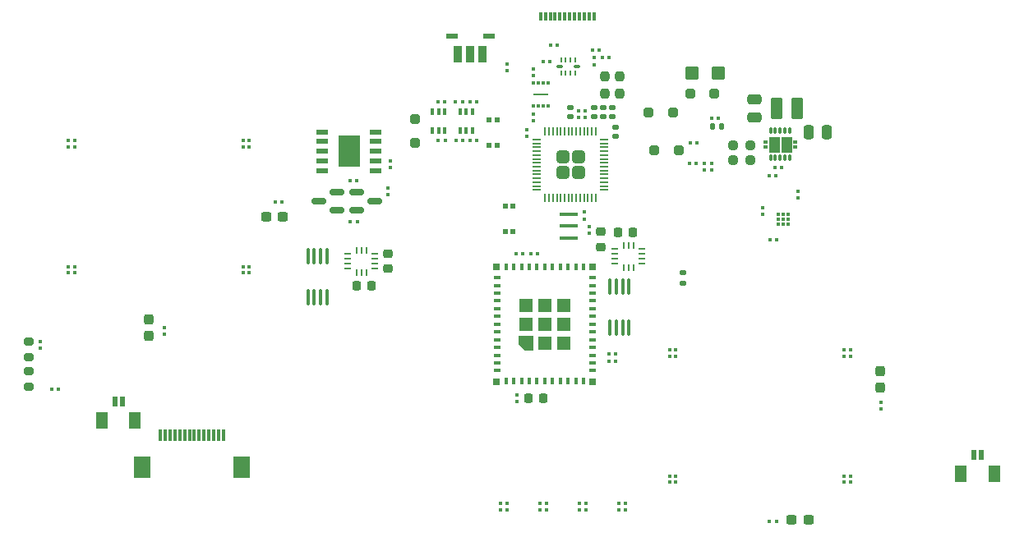
<source format=gbr>
G04 #@! TF.GenerationSoftware,KiCad,Pcbnew,8.0.2*
G04 #@! TF.CreationDate,2024-07-05T18:36:08-07:00*
G04 #@! TF.ProjectId,procon_gcc_main_pcb,70726f63-6f6e-45f6-9763-635f6d61696e,1*
G04 #@! TF.SameCoordinates,Original*
G04 #@! TF.FileFunction,Paste,Top*
G04 #@! TF.FilePolarity,Positive*
%FSLAX46Y46*%
G04 Gerber Fmt 4.6, Leading zero omitted, Abs format (unit mm)*
G04 Created by KiCad (PCBNEW 8.0.2) date 2024-07-05 18:36:08*
%MOMM*%
%LPD*%
G01*
G04 APERTURE LIST*
G04 Aperture macros list*
%AMRoundRect*
0 Rectangle with rounded corners*
0 $1 Rounding radius*
0 $2 $3 $4 $5 $6 $7 $8 $9 X,Y pos of 4 corners*
0 Add a 4 corners polygon primitive as box body*
4,1,4,$2,$3,$4,$5,$6,$7,$8,$9,$2,$3,0*
0 Add four circle primitives for the rounded corners*
1,1,$1+$1,$2,$3*
1,1,$1+$1,$4,$5*
1,1,$1+$1,$6,$7*
1,1,$1+$1,$8,$9*
0 Add four rect primitives between the rounded corners*
20,1,$1+$1,$2,$3,$4,$5,0*
20,1,$1+$1,$4,$5,$6,$7,0*
20,1,$1+$1,$6,$7,$8,$9,0*
20,1,$1+$1,$8,$9,$2,$3,0*%
G04 Aperture macros list end*
%ADD10C,0.010000*%
%ADD11RoundRect,0.079500X-0.079500X-0.100500X0.079500X-0.100500X0.079500X0.100500X-0.079500X0.100500X0*%
%ADD12RoundRect,0.250000X-0.250000X-0.475000X0.250000X-0.475000X0.250000X0.475000X-0.250000X0.475000X0*%
%ADD13R,0.950000X1.700000*%
%ADD14R,0.900000X1.700000*%
%ADD15R,1.200000X0.600000*%
%ADD16RoundRect,0.079500X-0.100500X0.079500X-0.100500X-0.079500X0.100500X-0.079500X0.100500X0.079500X0*%
%ADD17R,0.370000X0.370000*%
%ADD18RoundRect,0.225000X-0.250000X0.225000X-0.250000X-0.225000X0.250000X-0.225000X0.250000X0.225000X0*%
%ADD19RoundRect,0.237500X-0.250000X-0.237500X0.250000X-0.237500X0.250000X0.237500X-0.250000X0.237500X0*%
%ADD20RoundRect,0.140000X0.140000X0.170000X-0.140000X0.170000X-0.140000X-0.170000X0.140000X-0.170000X0*%
%ADD21RoundRect,0.079500X0.100500X-0.079500X0.100500X0.079500X-0.100500X0.079500X-0.100500X-0.079500X0*%
%ADD22RoundRect,0.237500X-0.237500X0.250000X-0.237500X-0.250000X0.237500X-0.250000X0.237500X0.250000X0*%
%ADD23RoundRect,0.100000X0.100000X-0.712500X0.100000X0.712500X-0.100000X0.712500X-0.100000X-0.712500X0*%
%ADD24RoundRect,0.237500X-0.237500X0.300000X-0.237500X-0.300000X0.237500X-0.300000X0.237500X0.300000X0*%
%ADD25R,0.400000X0.650000*%
%ADD26RoundRect,0.135000X0.185000X-0.135000X0.185000X0.135000X-0.185000X0.135000X-0.185000X-0.135000X0*%
%ADD27RoundRect,0.237500X0.300000X0.237500X-0.300000X0.237500X-0.300000X-0.237500X0.300000X-0.237500X0*%
%ADD28RoundRect,0.250000X0.250000X0.250000X-0.250000X0.250000X-0.250000X-0.250000X0.250000X-0.250000X0*%
%ADD29RoundRect,0.079500X0.079500X0.100500X-0.079500X0.100500X-0.079500X-0.100500X0.079500X-0.100500X0*%
%ADD30RoundRect,0.249999X-0.395001X-0.395001X0.395001X-0.395001X0.395001X0.395001X-0.395001X0.395001X0*%
%ADD31RoundRect,0.050000X-0.387500X-0.050000X0.387500X-0.050000X0.387500X0.050000X-0.387500X0.050000X0*%
%ADD32RoundRect,0.050000X-0.050000X-0.387500X0.050000X-0.387500X0.050000X0.387500X-0.050000X0.387500X0*%
%ADD33R,0.400000X0.800000*%
%ADD34R,0.800000X0.400000*%
%ADD35R,1.450000X1.450000*%
%ADD36R,0.700000X0.700000*%
%ADD37RoundRect,0.140000X0.170000X-0.140000X0.170000X0.140000X-0.170000X0.140000X-0.170000X-0.140000X0*%
%ADD38RoundRect,0.250000X-0.250000X-0.250000X0.250000X-0.250000X0.250000X0.250000X-0.250000X0.250000X0*%
%ADD39RoundRect,0.007200X-0.112800X0.292800X-0.112800X-0.292800X0.112800X-0.292800X0.112800X0.292800X0*%
%ADD40RoundRect,0.225000X0.225000X0.250000X-0.225000X0.250000X-0.225000X-0.250000X0.225000X-0.250000X0*%
%ADD41R,0.500000X1.000000*%
%ADD42R,1.200000X1.700000*%
%ADD43R,0.300000X0.400000*%
%ADD44R,1.600000X0.200000*%
%ADD45RoundRect,0.237500X-0.300000X-0.237500X0.300000X-0.237500X0.300000X0.237500X-0.300000X0.237500X0*%
%ADD46RoundRect,0.250000X-0.450000X-0.425000X0.450000X-0.425000X0.450000X0.425000X-0.450000X0.425000X0*%
%ADD47RoundRect,0.150000X-0.587500X-0.150000X0.587500X-0.150000X0.587500X0.150000X-0.587500X0.150000X0*%
%ADD48R,1.900000X0.400000*%
%ADD49RoundRect,0.225000X-0.225000X-0.250000X0.225000X-0.250000X0.225000X0.250000X-0.225000X0.250000X0*%
%ADD50R,1.300000X0.600000*%
%ADD51R,2.300000X3.200000*%
%ADD52RoundRect,0.150000X0.587500X0.150000X-0.587500X0.150000X-0.587500X-0.150000X0.587500X-0.150000X0*%
%ADD53R,0.500000X0.550000*%
%ADD54RoundRect,0.140000X-0.170000X0.140000X-0.170000X-0.140000X0.170000X-0.140000X0.170000X0.140000X0*%
%ADD55R,0.300000X1.300000*%
%ADD56R,1.800000X2.200000*%
%ADD57RoundRect,0.200000X-0.275000X0.200000X-0.275000X-0.200000X0.275000X-0.200000X0.275000X0.200000X0*%
%ADD58R,0.300000X0.900000*%
%ADD59RoundRect,0.050000X0.075000X-0.225000X0.075000X0.225000X-0.075000X0.225000X-0.075000X-0.225000X0*%
%ADD60RoundRect,0.050000X0.050000X-0.225000X0.050000X0.225000X-0.050000X0.225000X-0.050000X-0.225000X0*%
%ADD61RoundRect,0.050000X0.250000X-0.100000X0.250000X0.100000X-0.250000X0.100000X-0.250000X-0.100000X0*%
%ADD62R,0.300000X0.300000*%
%ADD63C,0.165000*%
%ADD64R,0.745000X0.280000*%
%ADD65R,0.280000X0.745000*%
%ADD66RoundRect,0.250000X-0.375000X-0.850000X0.375000X-0.850000X0.375000X0.850000X-0.375000X0.850000X0*%
%ADD67RoundRect,0.250000X-0.250000X0.250000X-0.250000X-0.250000X0.250000X-0.250000X0.250000X0.250000X0*%
%ADD68RoundRect,0.200000X0.275000X-0.200000X0.275000X0.200000X-0.275000X0.200000X-0.275000X-0.200000X0*%
%ADD69RoundRect,0.250000X-0.475000X0.250000X-0.475000X-0.250000X0.475000X-0.250000X0.475000X0.250000X0*%
G04 APERTURE END LIST*
D10*
X134919200Y-133223800D02*
X134069200Y-133223800D01*
X133469200Y-132623800D01*
X133469200Y-131773800D01*
X134919200Y-131773800D01*
X134919200Y-133223800D01*
G36*
X134919200Y-133223800D02*
G01*
X134069200Y-133223800D01*
X133469200Y-132623800D01*
X133469200Y-131773800D01*
X134919200Y-131773800D01*
X134919200Y-133223800D01*
G37*
X159040000Y-111875000D02*
X158700000Y-111875000D01*
X158700000Y-111625000D01*
X159040000Y-111625000D01*
X159040000Y-111875000D01*
G36*
X159040000Y-111875000D02*
G01*
X158700000Y-111875000D01*
X158700000Y-111625000D01*
X159040000Y-111625000D01*
X159040000Y-111875000D01*
G37*
X159040000Y-112375000D02*
X158700000Y-112375000D01*
X158700000Y-112125000D01*
X159040000Y-112125000D01*
X159040000Y-112375000D01*
G36*
X159040000Y-112375000D02*
G01*
X158700000Y-112375000D01*
X158700000Y-112125000D01*
X159040000Y-112125000D01*
X159040000Y-112375000D01*
G37*
X160300000Y-112750000D02*
X159240000Y-112750000D01*
X159240000Y-111250000D01*
X160300000Y-111250000D01*
X160300000Y-112750000D01*
G36*
X160300000Y-112750000D02*
G01*
X159240000Y-112750000D01*
X159240000Y-111250000D01*
X160300000Y-111250000D01*
X160300000Y-112750000D01*
G37*
X161560000Y-112750000D02*
X160500000Y-112750000D01*
X160500000Y-111250000D01*
X161560000Y-111250000D01*
X161560000Y-112750000D01*
G36*
X161560000Y-112750000D02*
G01*
X160500000Y-112750000D01*
X160500000Y-111250000D01*
X161560000Y-111250000D01*
X161560000Y-112750000D01*
G37*
X162100000Y-111875000D02*
X161760000Y-111875000D01*
X161760000Y-111625000D01*
X162100000Y-111625000D01*
X162100000Y-111875000D01*
G36*
X162100000Y-111875000D02*
G01*
X161760000Y-111875000D01*
X161760000Y-111625000D01*
X162100000Y-111625000D01*
X162100000Y-111875000D01*
G37*
X162100000Y-112375000D02*
X161760000Y-112375000D01*
X161760000Y-112125000D01*
X162100000Y-112125000D01*
X162100000Y-112375000D01*
G36*
X162100000Y-112375000D02*
G01*
X161760000Y-112375000D01*
X161760000Y-112125000D01*
X162100000Y-112125000D01*
X162100000Y-112375000D01*
G37*
D11*
X85335000Y-137280000D03*
X86025000Y-137280000D03*
D12*
X163320000Y-110770000D03*
X165220000Y-110770000D03*
D13*
X127208519Y-102740000D03*
D14*
X128483519Y-102740000D03*
D13*
X129758519Y-102740000D03*
D15*
X126583519Y-100840000D03*
X130383519Y-100840000D03*
D16*
X139611100Y-108518094D03*
X139611100Y-109208094D03*
D17*
X166985200Y-133857000D03*
X167655200Y-133857000D03*
X167655200Y-133187000D03*
X166985200Y-133187000D03*
D18*
X120018689Y-123258755D03*
X120018689Y-124808755D03*
D19*
X155527500Y-113670000D03*
X157352500Y-113670000D03*
D20*
X154356400Y-110163000D03*
X153396400Y-110163000D03*
D21*
X170739623Y-139313477D03*
X170739623Y-138623477D03*
D22*
X142350000Y-104987500D03*
X142350000Y-106812500D03*
D23*
X111750200Y-127791700D03*
X112400200Y-127791700D03*
X113050200Y-127791700D03*
X113700200Y-127791700D03*
X113700200Y-123566700D03*
X113050200Y-123566700D03*
X112400200Y-123566700D03*
X111750200Y-123566700D03*
D24*
X95317457Y-130017891D03*
X95317457Y-131742891D03*
D25*
X124546600Y-110556100D03*
X125196600Y-110556100D03*
X125846600Y-110556100D03*
X125846600Y-108656100D03*
X125196600Y-108656100D03*
X124546600Y-108656100D03*
D26*
X150418800Y-126290800D03*
X150418800Y-125270800D03*
D11*
X142782000Y-133583600D03*
X143472000Y-133583600D03*
D27*
X163312504Y-150698757D03*
X161587504Y-150698757D03*
D17*
X87042000Y-112267600D03*
X87712000Y-112267600D03*
X87712000Y-111597600D03*
X87042000Y-111597600D03*
D28*
X149352626Y-108746930D03*
X146852626Y-108746930D03*
D29*
X127685800Y-111612700D03*
X126995800Y-111612700D03*
D21*
X134950900Y-104909294D03*
X134950900Y-104219294D03*
X152550000Y-114655000D03*
X152550000Y-113965000D03*
D30*
X137985700Y-113308094D03*
X137985700Y-114908094D03*
X139585700Y-113308094D03*
X139585700Y-114908094D03*
D31*
X135348200Y-111508094D03*
X135348200Y-111908094D03*
X135348200Y-112308094D03*
X135348200Y-112708094D03*
X135348200Y-113108094D03*
X135348200Y-113508094D03*
X135348200Y-113908094D03*
X135348200Y-114308094D03*
X135348200Y-114708094D03*
X135348200Y-115108094D03*
X135348200Y-115508094D03*
X135348200Y-115908094D03*
X135348200Y-116308094D03*
X135348200Y-116708094D03*
D32*
X136185700Y-117545594D03*
X136585700Y-117545594D03*
X136985700Y-117545594D03*
X137385700Y-117545594D03*
X137785700Y-117545594D03*
X138185700Y-117545594D03*
X138585700Y-117545594D03*
X138985700Y-117545594D03*
X139385700Y-117545594D03*
X139785700Y-117545594D03*
X140185700Y-117545594D03*
X140585700Y-117545594D03*
X140985700Y-117545594D03*
X141385700Y-117545594D03*
D31*
X142223200Y-116708094D03*
X142223200Y-116308094D03*
X142223200Y-115908094D03*
X142223200Y-115508094D03*
X142223200Y-115108094D03*
X142223200Y-114708094D03*
X142223200Y-114308094D03*
X142223200Y-113908094D03*
X142223200Y-113508094D03*
X142223200Y-113108094D03*
X142223200Y-112708094D03*
X142223200Y-112308094D03*
X142223200Y-111908094D03*
X142223200Y-111508094D03*
D32*
X141385700Y-110670594D03*
X140985700Y-110670594D03*
X140585700Y-110670594D03*
X140185700Y-110670594D03*
X139785700Y-110670594D03*
X139385700Y-110670594D03*
X138985700Y-110670594D03*
X138585700Y-110670594D03*
X138185700Y-110670594D03*
X137785700Y-110670594D03*
X137385700Y-110670594D03*
X136985700Y-110670594D03*
X136585700Y-110670594D03*
X136185700Y-110670594D03*
D17*
X105042000Y-125267600D03*
X105712000Y-125267600D03*
X105712000Y-124597600D03*
X105042000Y-124597600D03*
D33*
X132144200Y-136448800D03*
X132944200Y-136448800D03*
X133744200Y-136448800D03*
X134544200Y-136448800D03*
X135344200Y-136448800D03*
X136144200Y-136448800D03*
X136944200Y-136448800D03*
X137744200Y-136448800D03*
X138544200Y-136448800D03*
X139344200Y-136448800D03*
X140144200Y-136448800D03*
D34*
X141044200Y-135348800D03*
X141044200Y-134548800D03*
X141044200Y-133748800D03*
X141044200Y-132948800D03*
X141044200Y-132148800D03*
X141044200Y-131348800D03*
X141044200Y-130548800D03*
X141044200Y-129748800D03*
X141044200Y-128948800D03*
X141044200Y-128148800D03*
X141044200Y-127348800D03*
X141044200Y-126548800D03*
X141044200Y-125748800D03*
D33*
X140144200Y-124648800D03*
X139344200Y-124648800D03*
X138544200Y-124648800D03*
X137744200Y-124648800D03*
X136944200Y-124648800D03*
X136144200Y-124648800D03*
X135344200Y-124648800D03*
X134544200Y-124648800D03*
X133744200Y-124648800D03*
X132944200Y-124648800D03*
X132144200Y-124648800D03*
D34*
X131244200Y-125748800D03*
X131244200Y-126548800D03*
X131244200Y-127348800D03*
X131244200Y-128148800D03*
X131244200Y-128948800D03*
X131244200Y-129748800D03*
X131244200Y-130548800D03*
X131244200Y-131348800D03*
X131244200Y-132148800D03*
X131244200Y-132948800D03*
X131244200Y-133748800D03*
X131244200Y-134548800D03*
X131244200Y-135348800D03*
D35*
X136144200Y-130548800D03*
D36*
X131194200Y-124598800D03*
X141094200Y-124598800D03*
X141094200Y-136498800D03*
X131194200Y-136498800D03*
D35*
X136144200Y-132498800D03*
X138094200Y-132498800D03*
X138094200Y-130548800D03*
X138094200Y-128598800D03*
X136144200Y-128598800D03*
X134194200Y-128598800D03*
X134194200Y-130548800D03*
D37*
X142151100Y-109137294D03*
X142151100Y-108177294D03*
D11*
X125181800Y-111612700D03*
X125871800Y-111612700D03*
D38*
X147441600Y-112649000D03*
X149941600Y-112649000D03*
D21*
X153325000Y-114655000D03*
X153325000Y-113965000D03*
D17*
X143746226Y-149724357D03*
X144416226Y-149724357D03*
X144416226Y-149054357D03*
X143746226Y-149054357D03*
D28*
X153610000Y-106740000D03*
X151110000Y-106740000D03*
D21*
X134251700Y-111189294D03*
X134251700Y-110499294D03*
D16*
X141274800Y-103083800D03*
X141274800Y-103773800D03*
D11*
X125156400Y-107599500D03*
X125846400Y-107599500D03*
D29*
X160020000Y-121875000D03*
X159330000Y-121875000D03*
X143472000Y-134396400D03*
X142782000Y-134396400D03*
D21*
X158550000Y-119220000D03*
X158550000Y-118530000D03*
D11*
X116118023Y-119981101D03*
X116808023Y-119981101D03*
D39*
X161400000Y-110600000D03*
X160900000Y-110600000D03*
X160400000Y-110600000D03*
X159900000Y-110600000D03*
X159400000Y-110600000D03*
X159400000Y-113400000D03*
X159900000Y-113400000D03*
X160400000Y-113400000D03*
X160900000Y-113400000D03*
X161400000Y-113400000D03*
D19*
X155527500Y-112140000D03*
X157352500Y-112140000D03*
D40*
X118314100Y-126547002D03*
X116764100Y-126547002D03*
D16*
X140322300Y-108518094D03*
X140322300Y-109208094D03*
X162250000Y-116845000D03*
X162250000Y-117535000D03*
D41*
X91840000Y-138495000D03*
X92640000Y-138495000D03*
D42*
X90540000Y-140445000D03*
X93940000Y-140445000D03*
D43*
X134949500Y-108081894D03*
X135449500Y-108081894D03*
X135949500Y-108081894D03*
X136449500Y-108081894D03*
X136449500Y-105681894D03*
X135949500Y-105681894D03*
X135449500Y-105681894D03*
X134949500Y-105681894D03*
D44*
X135699500Y-106881894D03*
D45*
X107418809Y-119497056D03*
X109143809Y-119497056D03*
D41*
X180330000Y-144055000D03*
X181130000Y-144055000D03*
D42*
X179030000Y-146005000D03*
X182430000Y-146005000D03*
D11*
X142047400Y-103073200D03*
X142737400Y-103073200D03*
D46*
X151310000Y-104640000D03*
X154010000Y-104640000D03*
D17*
X148985200Y-146857000D03*
X149655200Y-146857000D03*
X149655200Y-146187000D03*
X148985200Y-146187000D03*
D47*
X116744723Y-116922901D03*
X116744723Y-118822901D03*
X118619723Y-117872901D03*
D18*
X141938323Y-121038129D03*
X141938323Y-122588129D03*
D11*
X136713400Y-101752400D03*
X137403400Y-101752400D03*
D21*
X134975600Y-109589094D03*
X134975600Y-108899094D03*
D11*
X116107423Y-115764701D03*
X116797423Y-115764701D03*
D48*
X138595100Y-119236494D03*
X138595100Y-120436494D03*
X138595100Y-121636494D03*
D37*
X143471900Y-111197294D03*
X143471900Y-110237294D03*
D17*
X105042000Y-112267600D03*
X105712000Y-112267600D03*
X105712000Y-111597600D03*
X105042000Y-111597600D03*
D29*
X136666800Y-103505000D03*
X135976800Y-103505000D03*
D49*
X134454600Y-138226800D03*
X136004600Y-138226800D03*
D24*
X170738456Y-135352081D03*
X170738456Y-137077081D03*
D16*
X84175600Y-132304400D03*
X84175600Y-132994400D03*
D17*
X166985200Y-146857000D03*
X167655200Y-146857000D03*
X167655200Y-146187000D03*
X166985200Y-146187000D03*
D25*
X127391400Y-110556100D03*
X128041400Y-110556100D03*
X128691400Y-110556100D03*
X128691400Y-108656100D03*
X128041400Y-108656100D03*
X127391400Y-108656100D03*
D50*
X113227302Y-110726102D03*
X113227302Y-111726102D03*
X113227302Y-112726102D03*
X113227302Y-113726102D03*
X113227302Y-114726102D03*
X118727302Y-114726102D03*
X118727302Y-113726102D03*
X118727302Y-112726102D03*
X118727302Y-111726102D03*
X118727302Y-110726102D03*
D51*
X115977302Y-112726102D03*
D11*
X159300629Y-150847756D03*
X159990629Y-150847756D03*
D52*
X114708123Y-118822901D03*
X114708123Y-116922901D03*
X112833123Y-117872901D03*
D29*
X133898200Y-123266200D03*
X133208200Y-123266200D03*
D53*
X130435400Y-112119800D03*
X131235400Y-112119800D03*
X130435400Y-109469800D03*
X131235400Y-109469800D03*
D11*
X108340401Y-117977059D03*
X109030401Y-117977059D03*
D49*
X143678194Y-121060800D03*
X145228194Y-121060800D03*
D54*
X143065500Y-108177294D03*
X143065500Y-109137294D03*
D11*
X153328200Y-109274000D03*
X154018200Y-109274000D03*
D21*
X140703300Y-121146094D03*
X140703300Y-120456094D03*
D16*
X120225902Y-113711302D03*
X120225902Y-114401302D03*
D54*
X138747500Y-108179894D03*
X138747500Y-109139894D03*
D17*
X135646226Y-149724357D03*
X136316226Y-149724357D03*
X136316226Y-149054357D03*
X135646226Y-149054357D03*
D54*
X141236700Y-108179894D03*
X141236700Y-109139894D03*
D55*
X96540000Y-142030000D03*
X97040000Y-142030000D03*
X97540000Y-142030000D03*
X98040000Y-142030000D03*
X98540000Y-142030000D03*
X99040000Y-142030000D03*
X99540000Y-142030000D03*
X100040000Y-142030000D03*
X100540000Y-142030000D03*
X101040000Y-142030000D03*
X101540000Y-142030000D03*
X102040000Y-142030000D03*
X102540000Y-142030000D03*
X103040000Y-142030000D03*
D56*
X94640000Y-145280000D03*
X104940000Y-145280000D03*
D57*
X83007200Y-132321800D03*
X83007200Y-133971800D03*
D29*
X127649800Y-107599500D03*
X126959800Y-107599500D03*
D58*
X141210000Y-98835000D03*
X140710000Y-98835000D03*
X140210000Y-98835000D03*
X139710000Y-98835000D03*
X139210000Y-98835000D03*
X138710000Y-98835000D03*
X138210000Y-98835000D03*
X137710000Y-98835000D03*
X137210000Y-98835000D03*
X136710000Y-98835000D03*
X136210000Y-98835000D03*
X135710000Y-98835000D03*
D59*
X137807000Y-104688000D03*
D60*
X138307000Y-104688000D03*
X138807000Y-104688000D03*
D59*
X139307000Y-104688000D03*
D61*
X139457000Y-104013000D03*
D59*
X139307000Y-103338000D03*
D60*
X138807000Y-103338000D03*
X138307000Y-103338000D03*
D59*
X137807000Y-103338000D03*
D61*
X137657000Y-104013000D03*
D23*
X142865200Y-130915900D03*
X143515200Y-130915900D03*
X144165200Y-130915900D03*
X144815200Y-130915900D03*
X144815200Y-126690900D03*
X144165200Y-126690900D03*
X143515200Y-126690900D03*
X142865200Y-126690900D03*
D53*
X132861000Y-118385200D03*
X132061000Y-118385200D03*
X132861000Y-121035200D03*
X132061000Y-121035200D03*
D11*
X128407600Y-107599500D03*
X129097600Y-107599500D03*
D21*
X140220700Y-119689294D03*
X140220700Y-118999294D03*
D16*
X96933652Y-130907363D03*
X96933652Y-131597363D03*
D21*
X133248400Y-138546400D03*
X133248400Y-137856400D03*
D17*
X87042000Y-125267600D03*
X87712000Y-125267600D03*
X87712000Y-124597600D03*
X87042000Y-124597600D03*
D62*
X160200000Y-119200000D03*
X160200000Y-119700000D03*
X160200000Y-120200000D03*
X160700000Y-119200000D03*
X160700000Y-119700000D03*
X160700000Y-120200000D03*
X161200000Y-119200000D03*
X161200000Y-119700000D03*
X161200000Y-120200000D03*
D63*
X161200000Y-119700000D03*
D64*
X146159800Y-124295600D03*
X146159800Y-123795600D03*
X146159800Y-123295600D03*
X146159800Y-122795600D03*
D65*
X145261800Y-122397600D03*
X144761800Y-122397600D03*
X144261800Y-122397600D03*
D64*
X143363800Y-122795600D03*
X143363800Y-123295600D03*
X143363800Y-123795600D03*
X143363800Y-124295600D03*
D65*
X144261800Y-124693600D03*
X144761800Y-124693600D03*
X145261800Y-124693600D03*
D11*
X128418200Y-111612700D03*
X129108200Y-111612700D03*
D22*
X143870000Y-104987500D03*
X143870000Y-106812500D03*
D11*
X151118400Y-111864800D03*
X151808400Y-111864800D03*
D17*
X131596226Y-149724357D03*
X132266226Y-149724357D03*
X132266226Y-149054357D03*
X131596226Y-149054357D03*
D64*
X115841200Y-123303600D03*
X115841200Y-123803600D03*
X115841200Y-124303600D03*
X115841200Y-124803600D03*
D65*
X116739200Y-125201600D03*
X117239200Y-125201600D03*
X117739200Y-125201600D03*
D64*
X118637200Y-124803600D03*
X118637200Y-124303600D03*
X118637200Y-123803600D03*
X118637200Y-123303600D03*
D65*
X117739200Y-122905600D03*
X117239200Y-122905600D03*
X116739200Y-122905600D03*
D66*
X160015000Y-108340000D03*
X162165000Y-108340000D03*
D16*
X132257800Y-103693400D03*
X132257800Y-104383400D03*
D29*
X160563077Y-114402950D03*
X159873077Y-114402950D03*
D67*
X122758200Y-109392400D03*
X122758200Y-111892400D03*
D68*
X83007200Y-137007600D03*
X83007200Y-135357600D03*
D11*
X159233348Y-115214226D03*
X159923348Y-115214226D03*
D17*
X148985200Y-133857000D03*
X149655200Y-133857000D03*
X149655200Y-133187000D03*
X148985200Y-133187000D03*
X139696226Y-149724357D03*
X140366226Y-149724357D03*
X140366226Y-149054357D03*
X139696226Y-149054357D03*
D29*
X151757400Y-113958800D03*
X151067400Y-113958800D03*
D69*
X157782026Y-107324670D03*
X157782026Y-109224670D03*
D11*
X141031400Y-102311200D03*
X141721400Y-102311200D03*
D16*
X120019023Y-116537301D03*
X120019023Y-117227301D03*
D29*
X135371400Y-123266200D03*
X134681400Y-123266200D03*
M02*

</source>
